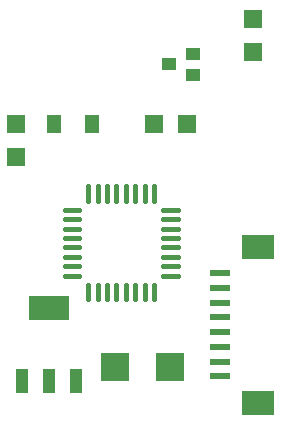
<source format=gtp>
G04 ---------------------------- Layer name :TOP PASTER LAYER*
G04 EasyEDA v5.3.2, Sat, 10 Mar 2018 16:58:59 GMT*
G04 Gerber Generator version 0.2*
G04 Scale: 100 percent, Rotated: No, Reflected: No *
G04 Dimensions in millimeters *
G04 leading zeros omitted , absolute positions ,3 integer and 3 decimal *
%FSLAX33Y33*%
%MOMM*%
G90*
G71D02*

%ADD12C,0.449999*%
%ADD15R,1.600200X1.600200*%
%ADD16R,1.299997X1.599997*%
%ADD17R,1.799996X0.599999*%
%ADD18R,2.799994X2.032000*%
%ADD19R,1.143000X1.016000*%
%ADD20R,1.092200X2.159000*%
%ADD21R,3.505200X2.159000*%
%ADD22R,2.387600X2.387600*%

%LPD*%
G54D12*
G01X8382Y27739D02*
G01X8382Y26539D01*
G01X9182Y27739D02*
G01X9182Y26539D01*
G01X9982Y27739D02*
G01X9982Y26539D01*
G01X10782Y27739D02*
G01X10782Y26539D01*
G01X11579Y27739D02*
G01X11579Y26539D01*
G01X12379Y27739D02*
G01X12379Y26539D01*
G01X13180Y27739D02*
G01X13180Y26539D01*
G01X13980Y27739D02*
G01X13980Y26539D01*
G01X14756Y25763D02*
G01X15956Y25763D01*
G01X14756Y24963D02*
G01X15956Y24963D01*
G01X14756Y24163D02*
G01X15956Y24163D01*
G01X14756Y23362D02*
G01X15956Y23362D01*
G01X14756Y22565D02*
G01X15956Y22565D01*
G01X14756Y21765D02*
G01X15956Y21765D01*
G01X14756Y20965D02*
G01X15956Y20965D01*
G01X14756Y20165D02*
G01X15956Y20165D01*
G01X13980Y19388D02*
G01X13980Y18188D01*
G01X13180Y19388D02*
G01X13180Y18188D01*
G01X12379Y19388D02*
G01X12379Y18188D01*
G01X11579Y19388D02*
G01X11579Y18188D01*
G01X10782Y19388D02*
G01X10782Y18188D01*
G01X9982Y19388D02*
G01X9982Y18188D01*
G01X9182Y19388D02*
G01X9182Y18188D01*
G01X8382Y19388D02*
G01X8382Y18188D01*
G01X6405Y20165D02*
G01X7605Y20165D01*
G01X6405Y20965D02*
G01X7605Y20965D01*
G01X6405Y21765D02*
G01X7605Y21765D01*
G01X6405Y22565D02*
G01X7605Y22565D01*
G01X6405Y23362D02*
G01X7605Y23362D01*
G01X6405Y24163D02*
G01X7605Y24163D01*
G01X6405Y24963D02*
G01X7605Y24963D01*
G01X6405Y25763D02*
G01X7605Y25763D01*
G54D15*
G01X16764Y32981D03*
G01X13964Y32981D03*
G54D16*
G01X8711Y32981D03*
G01X5512Y32981D03*
G54D15*
G01X2286Y30187D03*
G01X2286Y32986D03*
G54D17*
G01X19558Y11645D03*
G01X19558Y12895D03*
G01X19558Y14145D03*
G01X19558Y15394D03*
G01X19558Y16647D03*
G01X19558Y17896D03*
G01X19558Y19146D03*
G01X19558Y20396D03*
G54D18*
G01X22758Y22636D03*
G01X22758Y9410D03*
G54D19*
G01X15240Y38061D03*
G01X17272Y38950D03*
G01X17272Y37172D03*
G54D20*
G01X2794Y11239D03*
G01X5105Y11239D03*
G01X7391Y11239D03*
G54D21*
G01X5105Y17437D03*
G54D22*
G01X15290Y12407D03*
G01X10642Y12407D03*
G54D15*
G01X22352Y39077D03*
G01X22352Y41876D03*
M00*
M02*

</source>
